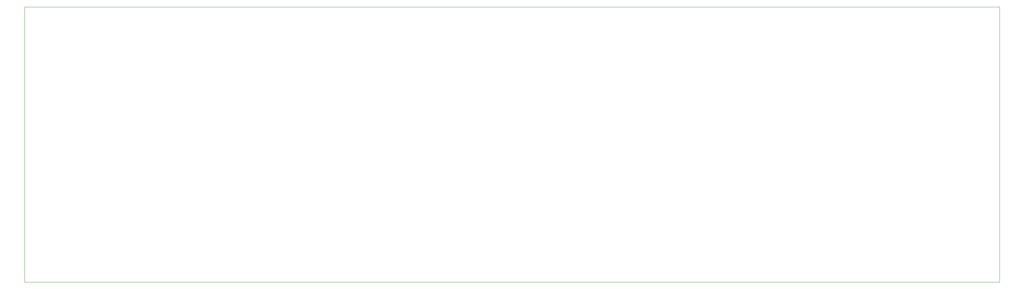
<source format=gbr>
%TF.GenerationSoftware,KiCad,Pcbnew,9.0.2*%
%TF.CreationDate,2025-11-02T19:16:00-03:00*%
%TF.ProjectId,ModuLED_inicial,4d6f6475-4c45-4445-9f69-6e696369616c,rev?*%
%TF.SameCoordinates,Original*%
%TF.FileFunction,Profile,NP*%
%FSLAX46Y46*%
G04 Gerber Fmt 4.6, Leading zero omitted, Abs format (unit mm)*
G04 Created by KiCad (PCBNEW 9.0.2) date 2025-11-02 19:16:00*
%MOMM*%
%LPD*%
G01*
G04 APERTURE LIST*
%TA.AperFunction,Profile*%
%ADD10C,0.050000*%
%TD*%
G04 APERTURE END LIST*
D10*
X26136600Y-26111200D02*
X275590000Y-26111200D01*
X275590000Y-96672400D01*
X26136600Y-96672400D01*
X26136600Y-26111200D01*
M02*

</source>
